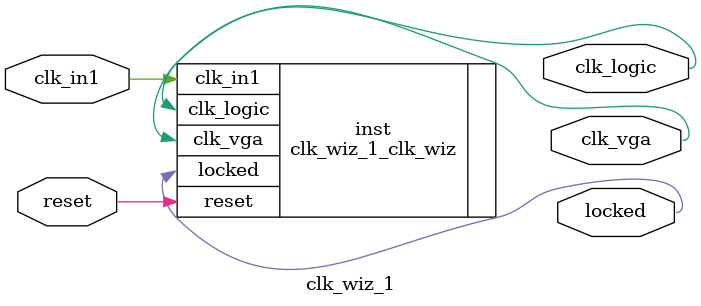
<source format=v>


`timescale 1ps/1ps

(* CORE_GENERATION_INFO = "clk_wiz_1,clk_wiz_v6_0_6_0_0,{component_name=clk_wiz_1,use_phase_alignment=true,use_min_o_jitter=false,use_max_i_jitter=false,use_dyn_phase_shift=false,use_inclk_switchover=false,use_dyn_reconfig=false,enable_axi=0,feedback_source=FDBK_AUTO,PRIMITIVE=MMCM,num_out_clk=2,clkin1_period=10.000,clkin2_period=10.000,use_power_down=false,use_reset=true,use_locked=true,use_inclk_stopped=false,feedback_type=SINGLE,CLOCK_MGR_TYPE=NA,manual_override=false}" *)

module clk_wiz_1 
 (
  // Clock out ports
  output        clk_logic,
  output        clk_vga,
  // Status and control signals
  input         reset,
  output        locked,
 // Clock in ports
  input         clk_in1
 );

  clk_wiz_1_clk_wiz inst
  (
  // Clock out ports  
  .clk_logic(clk_logic),
  .clk_vga(clk_vga),
  // Status and control signals               
  .reset(reset), 
  .locked(locked),
 // Clock in ports
  .clk_in1(clk_in1)
  );

endmodule

</source>
